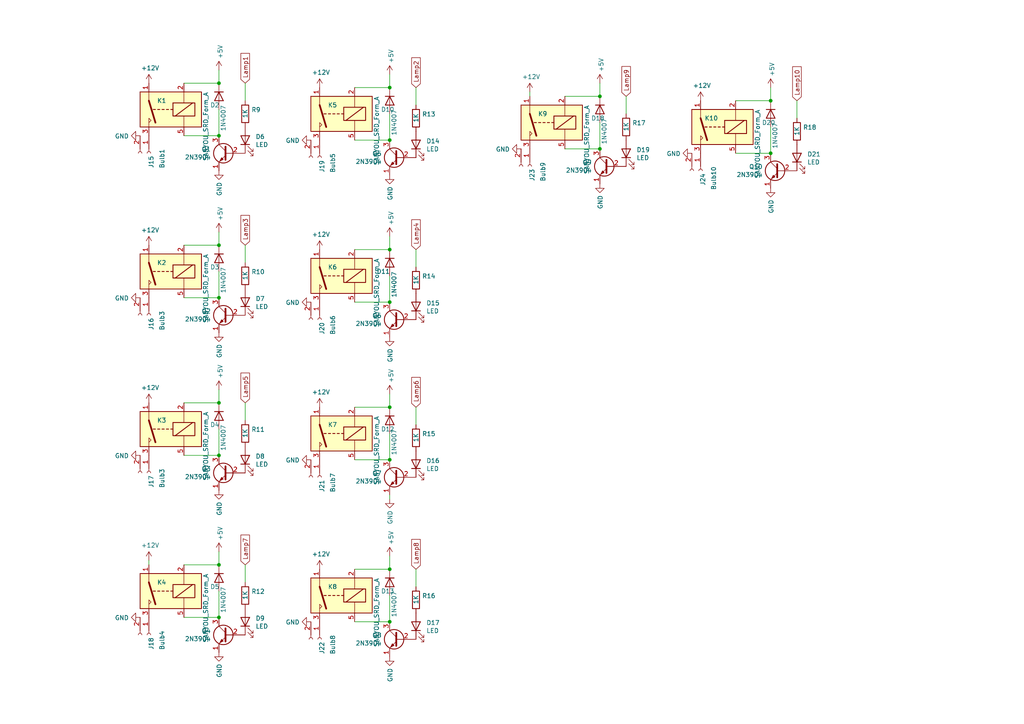
<source format=kicad_sch>
(kicad_sch (version 20230121) (generator eeschema)
  (paper "A4")
  (title_block (title "Quiz Buzzer") (date "2023-04-04") (rev "V0.1.2") (company "Tobin Stage") (comment 1 "By TwinTurbo"))
  (lib_symbols
    (symbol "Device:LED" (pin_numbers hide) (pin_names (offset 1.016) hide)
      (property "Reference" "D" (at 0 2.54 0))
      (property "Value" "LED" (at 0 -2.54 0))
      (symbol "LED_0_1"
        (polyline (pts (xy -1.27 -1.27) (xy -1.27 1.27)) (stroke (width 0.254)))
        (polyline (pts (xy -1.27 0) (xy 1.27 0)))
        (polyline (pts (xy 1.27 -1.27) (xy 1.27 1.27) (xy -1.27 0) (xy 1.27 -1.27)) (stroke (width 0.254)))
        (polyline (pts (xy -3.048 -0.762) (xy -4.572 -2.286) (xy -3.81 -2.286) (xy -4.572 -2.286) (xy -4.572 -1.524)))
        (polyline (pts (xy -1.778 -0.762) (xy -3.302 -2.286) (xy -2.54 -2.286) (xy -3.302 -2.286) (xy -3.302 -1.524)))
      )
      (symbol "LED_1_1"
        (pin passive line (at -3.81 0 0) (length 2.54) (name "K") (number "1"))
        (pin passive line (at 3.81 0 180) (length 2.54) (name "A") (number "2"))
      )
    )
    (symbol "Device:R" (pin_numbers hide) (pin_names (offset 0))
      (property "Reference" "R" (at 2.032 0 90))
      (property "Value" "R" (at 0 0 90))
      (symbol "R_0_1"
        (rectangle (start -1.016 -2.54) (end 1.016 2.54) (stroke (width 0.254)))
      )
      (symbol "R_1_1"
        (pin passive line (at 0 3.81 270) (length 1.27) (name "~") (number "1"))
        (pin passive line (at 0 -3.81 90) (length 1.27) (name "~") (number "2"))
      )
    )
    (symbol "Diode:1N4007" (pin_numbers hide) (pin_names hide)
      (property "Reference" "D" (at 0 2.54 0))
      (property "Value" "1N4007" (at 0 -2.54 0))
      (symbol "1N4007_0_1"
        (polyline (pts (xy -1.27 1.27) (xy -1.27 -1.27)) (stroke (width 0.254)))
        (polyline (pts (xy 1.27 0) (xy -1.27 0)))
        (polyline (pts (xy 1.27 1.27) (xy 1.27 -1.27) (xy -1.27 0) (xy 1.27 1.27)) (stroke (width 0.254)))
      )
      (symbol "1N4007_1_1"
        (pin passive line (at -3.81 0 0) (length 2.54) (name "K") (number "1"))
        (pin passive line (at 3.81 0 180) (length 2.54) (name "A") (number "2"))
      )
    )
    (symbol "Relay:SANYOU_SRD_Form_A"
      (property "Reference" "K" (at 8.89 3.81 0))
      (property "Value" "SANYOU_SRD_Form_A" (at 8.89 1.27 0))
      (symbol "SANYOU_SRD_Form_A_0_0"
        (polyline (pts (xy 5.08 5.08) (xy 5.08 2.54) (xy 4.445 3.175) (xy 5.08 3.81)))
      )
      (symbol "SANYOU_SRD_Form_A_0_1"
        (rectangle (start -10.16 5.08) (end 7.62 -5.08) (stroke (width 0.254)) (fill (type background)))
        (rectangle (start -8.255 1.905) (end -1.905 -1.905) (stroke (width 0.254)))
        (polyline (pts (xy -7.62 -1.905) (xy -2.54 1.905)) (stroke (width 0.254)))
        (polyline (pts (xy -5.08 -5.08) (xy -5.08 -1.905)))
        (polyline (pts (xy -5.08 5.08) (xy -5.08 1.905)))
        (polyline (pts (xy -1.905 0) (xy -1.27 0)) (stroke (width 0.254)))
        (polyline (pts (xy -0.635 0) (xy 0 0)) (stroke (width 0.254)))
        (polyline (pts (xy 0.635 0) (xy 1.27 0)) (stroke (width 0.254)))
        (polyline (pts (xy 1.905 0) (xy 2.54 0)) (stroke (width 0.254)))
        (polyline (pts (xy 3.175 0) (xy 3.81 0)) (stroke (width 0.254)))
        (polyline (pts (xy 5.08 -2.54) (xy 3.175 3.81)) (stroke (width 0.508)))
        (polyline (pts (xy 5.08 -2.54) (xy 5.08 -5.08)))
      )
      (symbol "SANYOU_SRD_Form_A_1_1"
        (pin passive line (at 5.08 -7.62 90) (length 2.54) (name "~") (number "1"))
        (pin passive line (at -5.08 -7.62 90) (length 2.54) (name "~") (number "2"))
        (pin passive line (at 5.08 7.62 270) (length 2.54) (name "~") (number "3"))
        (pin passive line (at -5.08 7.62 270) (length 2.54) (name "~") (number "5"))
      )
    )
    (symbol "Transistor_BJT:2N3904" (pin_names (offset 0) hide)
      (property "Reference" "Q" (at 5.08 1.905 0))
      (property "Value" "2N3904" (at 5.08 0 0))
      (symbol "2N3904_0_1"
        (polyline (pts (xy 0.635 0.635) (xy 2.54 2.54)))
        (polyline (pts (xy 0.635 -0.635) (xy 2.54 -2.54) (xy 2.54 -2.54)))
        (polyline (pts (xy 0.635 1.905) (xy 0.635 -1.905) (xy 0.635 -1.905)) (stroke (width 0.508)))
        (polyline (pts (xy 1.27 -1.778) (xy 1.778 -1.27) (xy 2.286 -2.286) (xy 1.27 -1.778) (xy 1.27 -1.778)) (fill (type outline)))
        (circle (center 1.27 0) (radius 2.8194) (stroke (width 0.254)))
      )
      (symbol "2N3904_1_1"
        (pin passive line (at 2.54 -5.08 90) (length 2.54) (name "E") (number "1"))
        (pin passive line (at -5.08 0 0) (length 5.715) (name "B") (number "2"))
        (pin passive line (at 2.54 5.08 270) (length 2.54) (name "C") (number "3"))
      )
    )
    (symbol "power:+12V" (power) (pin_names (offset 0))
      (property "Value" "+12V" (at 0 3.556 0))
      (symbol "+12V_0_1"
        (polyline (pts (xy -0.762 1.27) (xy 0 2.54)))
        (polyline (pts (xy 0 0) (xy 0 2.54)))
        (polyline (pts (xy 0 2.54) (xy 0.762 1.27)))
      )
      (symbol "+12V_1_1"
        (pin power_in line (at 0 0 90) (length 0) hide (name "+12V") (number "1"))
      )
    )
    (symbol "power:+5V" (power) (pin_names (offset 0))
      (property "Value" "+5V" (at 0 3.556 0))
      (symbol "+5V_0_1"
        (polyline (pts (xy -0.762 1.27) (xy 0 2.54)))
        (polyline (pts (xy 0 0) (xy 0 2.54)))
        (polyline (pts (xy 0 2.54) (xy 0.762 1.27)))
      )
      (symbol "+5V_1_1"
        (pin power_in line (at 0 0 90) (length 0) hide (name "+5V") (number "1"))
      )
    )
    (symbol "power:GND" (power) (pin_names (offset 0))
      (property "Value" "GND" (at 0 -3.81 0))
      (symbol "GND_0_1"
        (polyline (pts (xy 0 0) (xy 0 -1.27) (xy 1.27 -1.27) (xy 0 -2.54) (xy -1.27 -1.27) (xy 0 -1.27)))
      )
      (symbol "GND_1_1"
        (pin power_in line (at 0 0 270) (length 0) hide (name "GND") (number "1"))
      )
    )
    (symbol "quizbuzzer-rescue:Conn_01x02_Female-Connector" (pin_names (offset 1.016) hide)
      (property "Reference" "J" (at 0 2.54 0))
      (property "Value" "Connector_Conn_01x02_Female" (at 0 -5.08 0))
      (symbol "Conn_01x02_Female-Connector_1_1"
        (arc (start 0 -2.032) (mid -0.5058 -2.54) (end 0 -3.048) (stroke (width 0.1524)))
        (polyline (pts (xy -1.27 -2.54) (xy -0.508 -2.54)) (stroke (width 0.1524)))
        (polyline (pts (xy -1.27 0) (xy -0.508 0)) (stroke (width 0.1524)))
        (arc (start 0 0.508) (mid -0.5058 0) (end 0 -0.508) (stroke (width 0.1524)))
        (pin passive line (at -5.08 0 0) (length 3.81) (name "Pin_1") (number "1"))
        (pin passive line (at -5.08 -2.54 0) (length 3.81) (name "Pin_2") (number "2"))
      )
    )
  )
  (junction (at 113.03 40.64))
  (junction (at 173.99 43.18))
  (junction (at 113.03 25.4))
  (junction (at 63.5 179.07))
  (junction (at 63.5 86.36))
  (junction (at 63.5 24.13))
  (junction (at 113.03 72.39))
  (junction (at 113.03 118.11))
  (junction (at 113.03 133.35))
  (junction (at 173.99 27.94))
  (junction (at 63.5 39.37))
  (junction (at 223.52 29.21))
  (junction (at 113.03 87.63))
  (junction (at 223.52 44.45))
  (junction (at 63.5 71.12))
  (junction (at 63.5 163.83))
  (junction (at 63.5 116.84))
  (junction (at 63.5 132.08))
  (junction (at 113.03 165.1))
  (junction (at 113.03 180.34))
  (wire (pts (xy 113.03 172.72) (xy 113.03 180.34)))
  (wire (pts (xy 223.52 25.4) (xy 223.52 29.21)))
  (wire (pts (xy 120.65 170.18) (xy 120.65 165.1)))
  (wire (pts (xy 173.99 24.13) (xy 173.99 27.94)))
  (wire (pts (xy 113.03 33.02) (xy 113.03 40.64)))
  (wire (pts (xy 102.87 40.64) (xy 113.03 40.64)))
  (wire (pts (xy 113.03 114.3) (xy 113.03 118.11)))
  (wire (pts (xy 153.67 26.67) (xy 153.67 27.94)))
  (wire (pts (xy 163.83 43.18) (xy 173.99 43.18)))
  (wire (pts (xy 71.12 76.2) (xy 71.12 71.12)))
  (wire (pts (xy 53.34 39.37) (xy 63.5 39.37)))
  (wire (pts (xy 63.5 171.45) (xy 63.5 179.07)))
  (wire (pts (xy 120.65 30.48) (xy 120.65 25.4)))
  (wire (pts (xy 63.5 20.32) (xy 63.5 24.13)))
  (wire (pts (xy 63.5 71.12) (xy 53.34 71.12)))
  (wire (pts (xy 63.5 24.13) (xy 53.34 24.13)))
  (wire (pts (xy 63.5 31.75) (xy 63.5 39.37)))
  (wire (pts (xy 71.12 168.91) (xy 71.12 163.83)))
  (wire (pts (xy 113.03 143.51) (xy 113.03 144.78)))
  (wire (pts (xy 113.03 21.59) (xy 113.03 25.4)))
  (wire (pts (xy 53.34 86.36) (xy 63.5 86.36)))
  (wire (pts (xy 63.5 78.74) (xy 63.5 86.36)))
  (wire (pts (xy 223.52 29.21) (xy 213.36 29.21)))
  (wire (pts (xy 113.03 125.73) (xy 113.03 133.35)))
  (wire (pts (xy 63.5 67.31) (xy 63.5 71.12)))
  (wire (pts (xy 63.5 116.84) (xy 53.34 116.84)))
  (wire (pts (xy 113.03 165.1) (xy 102.87 165.1)))
  (wire (pts (xy 231.14 34.29) (xy 231.14 29.21)))
  (wire (pts (xy 113.03 80.01) (xy 113.03 87.63)))
  (wire (pts (xy 71.12 121.92) (xy 71.12 116.84)))
  (wire (pts (xy 102.87 133.35) (xy 113.03 133.35)))
  (wire (pts (xy 71.12 29.21) (xy 71.12 24.13)))
  (wire (pts (xy 173.99 27.94) (xy 163.83 27.94)))
  (wire (pts (xy 102.87 87.63) (xy 113.03 87.63)))
  (wire (pts (xy 63.5 113.03) (xy 63.5 116.84)))
  (wire (pts (xy 63.5 124.46) (xy 63.5 132.08)))
  (wire (pts (xy 113.03 161.29) (xy 113.03 165.1)))
  (wire (pts (xy 181.61 33.02) (xy 181.61 27.94)))
  (wire (pts (xy 63.5 163.83) (xy 53.34 163.83)))
  (wire (pts (xy 113.03 25.4) (xy 102.87 25.4)))
  (wire (pts (xy 213.36 44.45) (xy 223.52 44.45)))
  (wire (pts (xy 113.03 68.58) (xy 113.03 72.39)))
  (wire (pts (xy 113.03 72.39) (xy 102.87 72.39)))
  (wire (pts (xy 43.18 162.56) (xy 43.18 163.83)))
  (wire (pts (xy 63.5 160.02) (xy 63.5 163.83)))
  (wire (pts (xy 173.99 35.56) (xy 173.99 43.18)))
  (wire (pts (xy 102.87 180.34) (xy 113.03 180.34)))
  (wire (pts (xy 53.34 132.08) (xy 63.5 132.08)))
  (wire (pts (xy 53.34 179.07) (xy 63.5 179.07)))
  (wire (pts (xy 113.03 118.11) (xy 102.87 118.11)))
  (wire (pts (xy 120.65 123.19) (xy 120.65 118.11)))
  (wire (pts (xy 223.52 36.83) (xy 223.52 44.45)))
  (wire (pts (xy 120.65 77.47) (xy 120.65 72.39)))
  (global_label "Lamp7" (shape input) (at 71.12 163.83 90) (property "Intersheetrefs" "${INTERSHEET_REFS}" (effects hide)))
  (global_label "Lamp2" (shape input) (at 120.65 25.4 90) (property "Intersheetrefs" "${INTERSHEET_REFS}" (effects hide)))
  (global_label "Lamp5" (shape input) (at 71.12 116.84 90) (property "Intersheetrefs" "${INTERSHEET_REFS}" (effects hide)))
  (global_label "Lamp10" (shape input) (at 231.14 29.21 90) (property "Intersheetrefs" "${INTERSHEET_REFS}" (effects hide)))
  (global_label "Lamp9" (shape input) (at 181.61 27.94 90) (property "Intersheetrefs" "${INTERSHEET_REFS}" (effects hide)))
  (global_label "Lamp1" (shape input) (at 71.12 24.13 90) (property "Intersheetrefs" "${INTERSHEET_REFS}" (effects hide)))
  (global_label "Lamp3" (shape input) (at 71.12 71.12 90) (property "Intersheetrefs" "${INTERSHEET_REFS}" (effects hide)))
  (global_label "Lamp8" (shape input) (at 120.65 165.1 90) (property "Intersheetrefs" "${INTERSHEET_REFS}" (effects hide)))
  (global_label "Lamp4" (shape input) (at 120.65 72.39 90) (property "Intersheetrefs" "${INTERSHEET_REFS}" (effects hide)))
  (global_label "Lamp6" (shape input) (at 120.65 118.11 90) (property "Intersheetrefs" "${INTERSHEET_REFS}" (effects hide)))
  (symbol (lib_id "Diode:1N4007") (at 63.5 27.94 270) (unit 1)
    (property "Reference" "D2" (at 60.96 30.48 90) (effects (justify left)))
    (property "Value" "1N4007" (at 64.77 30.48 0) (effects (justify left)))
    (property "Footprint" "Diode_THT:D_DO-41_SOD81_P10.16mm_Horizontal" (effects hide))
    (property "Datasheet" "http://www.vishay.com/docs/88503/1n4001.pdf" (effects hide))
  )
  (symbol (lib_id "Transistor_BJT:2N3904") (at 66.04 44.45 0) (mirror y) (unit 1)
    (property "Reference" "Q1" (at 61.1886 43.2816 0) (effects (justify left)))
    (property "Value" "2N3904" (at 61.1886 45.593 0) (effects (justify left)))
    (property "Footprint" "Package_TO_SOT_THT:TO-92_Inline_Wide" (effects hide))
    (property "Datasheet" "https://www.onsemi.com/pub/Collateral/2N3903-D.PDF" (effects hide))
  )
  (symbol (lib_id "Device:LED") (at 71.12 40.64 90) (unit 1)
    (property "Reference" "D6" (at 74.1172 39.6494 90) (effects (justify right)))
    (property "Value" "LED" (at 74.1172 41.9608 90) (effects (justify right)))
    (property "Footprint" "LED_THT:LED_D5.0mm" (effects hide))
  )
  (symbol (lib_id "Device:R") (at 71.12 33.02 0) (unit 1)
    (property "Reference" "R9" (at 72.898 31.8516 0) (effects (justify left)))
    (property "Value" "1K" (at 71.12 34.29 90) (effects (justify left)))
    (property "Footprint" "Resistor_THT:R_Axial_DIN0207_L6.3mm_D2.5mm_P10.16mm_Horizontal" (effects hide))
  )
  (symbol (lib_id "power:GND") (at 63.5 49.53 0) (unit 1)
    (property "Reference" "#PWR042" (effects hide))
    (property "Value" "GND" (at 63.627 52.7812 90) (effects (justify right)))
  )
  (symbol (lib_id "power:+5V") (at 63.5 20.32 0) (unit 1)
    (property "Reference" "#PWR041" (effects hide))
    (property "Value" "+5V" (at 63.881 17.0688 90) (effects (justify left)))
  )
  (symbol (lib_id "quizbuzzer-rescue:Conn_01x02_Female-Connector") (at 43.18 44.45 270) (unit 1)
    (property "Reference" "J15" (at 43.8404 45.1612 0) (effects (justify left)))
    (property "Value" "Bulb1" (at 46.99 43.18 0) (effects (justify left)))
    (property "Footprint" "Connector_Molex:Molex_KK-254_AE-6410-02A_1x02_P2.54mm_Vertical" (effects hide))
  )
  (symbol (lib_id "power:GND") (at 40.64 39.37 270) (unit 1)
    (property "Reference" "#PWR033" (effects hide))
    (property "Value" "GND" (at 37.3888 39.497 90) (effects (justify right)))
  )
  (symbol (lib_id "power:+12V") (at 43.18 24.13 0) (unit 1)
    (property "Reference" "#PWR037" (effects hide))
    (property "Value" "+12V" (at 43.561 19.7358 0))
  )
  (symbol (lib_id "Relay:SANYOU_SRD_Form_A") (at 48.26 31.75 180) (unit 1)
    (property "Reference" "K1" (at 48.26 29.21 0) (effects (justify left)))
    (property "Value" "SANYOU_SRD_Form_A" (at 59.69 26.67 90) (effects (justify left)))
    (property "Footprint" "Relay_THT:Relay_SPST_SANYOU_SRD_Series_Form_A" (effects hide))
    (property "Datasheet" "http://www.sanyourelay.ca/public/products/pdf/SRD.pdf" (effects hide))
  )
  (symbol (lib_id "Diode:1N4007") (at 113.03 29.21 270) (unit 1)
    (property "Reference" "D10" (at 110.49 31.75 90) (effects (justify left)))
    (property "Value" "1N4007" (at 114.3 31.75 0) (effects (justify left)))
    (property "Footprint" "Diode_THT:D_DO-41_SOD81_P10.16mm_Horizontal" (effects hide))
    (property "Datasheet" "http://www.vishay.com/docs/88503/1n4001.pdf" (effects hide))
  )
  (symbol (lib_id "Transistor_BJT:2N3904") (at 115.57 45.72 0) (mirror y) (unit 1)
    (property "Reference" "Q5" (at 110.7186 44.5516 0) (effects (justify left)))
    (property "Value" "2N3904" (at 110.7186 46.863 0) (effects (justify left)))
    (property "Footprint" "Package_TO_SOT_THT:TO-92_Inline_Wide" (effects hide))
    (property "Datasheet" "https://www.onsemi.com/pub/Collateral/2N3903-D.PDF" (effects hide))
  )
  (symbol (lib_id "Device:LED") (at 120.65 41.91 90) (unit 1)
    (property "Reference" "D14" (at 123.6472 40.9194 90) (effects (justify right)))
    (property "Value" "LED" (at 123.6472 43.2308 90) (effects (justify right)))
    (property "Footprint" "LED_THT:LED_D5.0mm" (effects hide))
  )
  (symbol (lib_id "Device:R") (at 120.65 34.29 0) (unit 1)
    (property "Reference" "R13" (at 122.428 33.1216 0) (effects (justify left)))
    (property "Value" "1K" (at 120.65 35.56 90) (effects (justify left)))
    (property "Footprint" "Resistor_THT:R_Axial_DIN0207_L6.3mm_D2.5mm_P10.16mm_Horizontal" (effects hide))
  )
  (symbol (lib_id "power:GND") (at 113.03 50.8 0) (unit 1)
    (property "Reference" "#PWR058" (effects hide))
    (property "Value" "GND" (at 113.157 54.0512 90) (effects (justify right)))
  )
  (symbol (lib_id "power:+5V") (at 113.03 21.59 0) (unit 1)
    (property "Reference" "#PWR057" (effects hide))
    (property "Value" "+5V" (at 113.411 18.3388 90) (effects (justify left)))
  )
  (symbol (lib_id "quizbuzzer-rescue:Conn_01x02_Female-Connector") (at 92.71 45.72 270) (unit 1)
    (property "Reference" "J19" (at 93.3704 46.4312 0) (effects (justify left)))
    (property "Value" "Bulb5" (at 96.52 44.45 0) (effects (justify left)))
    (property "Footprint" "Connector_Molex:Molex_KK-254_AE-6410-02A_1x02_P2.54mm_Vertical" (effects hide))
  )
  (symbol (lib_id "power:GND") (at 90.17 40.64 270) (unit 1)
    (property "Reference" "#PWR049" (effects hide))
    (property "Value" "GND" (at 86.9188 40.767 90) (effects (justify right)))
  )
  (symbol (lib_id "power:+12V") (at 92.71 25.4 0) (unit 1)
    (property "Reference" "#PWR053" (effects hide))
    (property "Value" "+12V" (at 93.091 21.0058 0))
  )
  (symbol (lib_id "Relay:SANYOU_SRD_Form_A") (at 97.79 33.02 180) (unit 1)
    (property "Reference" "K5" (at 97.79 30.48 0) (effects (justify left)))
    (property "Value" "SANYOU_SRD_Form_A" (at 109.22 27.94 90) (effects (justify left)))
    (property "Footprint" "Relay_THT:Relay_SPST_SANYOU_SRD_Series_Form_A" (effects hide))
    (property "Datasheet" "http://www.sanyourelay.ca/public/products/pdf/SRD.pdf" (effects hide))
  )
  (symbol (lib_id "Diode:1N4007") (at 63.5 74.93 270) (unit 1)
    (property "Reference" "D3" (at 60.96 77.47 90) (effects (justify left)))
    (property "Value" "1N4007" (at 64.77 77.47 0) (effects (justify left)))
    (property "Footprint" "Diode_THT:D_DO-41_SOD81_P10.16mm_Horizontal" (effects hide))
    (property "Datasheet" "http://www.vishay.com/docs/88503/1n4001.pdf" (effects hide))
  )
  (symbol (lib_id "Transistor_BJT:2N3904") (at 66.04 91.44 0) (mirror y) (unit 1)
    (property "Reference" "Q2" (at 61.1886 90.2716 0) (effects (justify left)))
    (property "Value" "2N3904" (at 61.1886 92.583 0) (effects (justify left)))
    (property "Footprint" "Package_TO_SOT_THT:TO-92_Inline_Wide" (effects hide))
    (property "Datasheet" "https://www.onsemi.com/pub/Collateral/2N3903-D.PDF" (effects hide))
  )
  (symbol (lib_id "Device:LED") (at 71.12 87.63 90) (unit 1)
    (property "Reference" "D7" (at 74.1172 86.6394 90) (effects (justify right)))
    (property "Value" "LED" (at 74.1172 88.9508 90) (effects (justify right)))
    (property "Footprint" "LED_THT:LED_D5.0mm" (effects hide))
  )
  (symbol (lib_id "Device:R") (at 71.12 80.01 0) (unit 1)
    (property "Reference" "R10" (at 72.898 78.8416 0) (effects (justify left)))
    (property "Value" "1K" (at 71.12 81.28 90) (effects (justify left)))
    (property "Footprint" "Resistor_THT:R_Axial_DIN0207_L6.3mm_D2.5mm_P10.16mm_Horizontal" (effects hide))
  )
  (symbol (lib_id "power:GND") (at 63.5 96.52 0) (unit 1)
    (property "Reference" "#PWR044" (effects hide))
    (property "Value" "GND" (at 63.627 99.7712 90) (effects (justify right)))
  )
  (symbol (lib_id "power:+5V") (at 63.5 67.31 0) (unit 1)
    (property "Reference" "#PWR043" (effects hide))
    (property "Value" "+5V" (at 63.881 64.0588 90) (effects (justify left)))
  )
  (symbol (lib_id "quizbuzzer-rescue:Conn_01x02_Female-Connector") (at 43.18 91.44 270) (unit 1)
    (property "Reference" "J16" (at 43.8404 92.1512 0) (effects (justify left)))
    (property "Value" "Bulb3" (at 46.99 90.17 0) (effects (justify left)))
    (property "Footprint" "Connector_Molex:Molex_KK-254_AE-6410-02A_1x02_P2.54mm_Vertical" (effects hide))
  )
  (symbol (lib_id "power:GND") (at 40.64 86.36 270) (unit 1)
    (property "Reference" "#PWR034" (effects hide))
    (property "Value" "GND" (at 37.3888 86.487 90) (effects (justify right)))
  )
  (symbol (lib_id "power:+12V") (at 43.18 71.12 0) (unit 1)
    (property "Reference" "#PWR038" (effects hide))
    (property "Value" "+12V" (at 43.561 66.7258 0))
  )
  (symbol (lib_id "Relay:SANYOU_SRD_Form_A") (at 48.26 78.74 180) (unit 1)
    (property "Reference" "K2" (at 48.26 76.2 0) (effects (justify left)))
    (property "Value" "SANYOU_SRD_Form_A" (at 59.69 73.66 90) (effects (justify left)))
    (property "Footprint" "Relay_THT:Relay_SPST_SANYOU_SRD_Series_Form_A" (effects hide))
    (property "Datasheet" "http://www.sanyourelay.ca/public/products/pdf/SRD.pdf" (effects hide))
  )
  (symbol (lib_id "Diode:1N4007") (at 113.03 76.2 270) (unit 1)
    (property "Reference" "D11" (at 109.22 78.74 90) (effects (justify left)))
    (property "Value" "1N4007" (at 114.3 78.74 0) (effects (justify left)))
    (property "Footprint" "Diode_THT:D_DO-41_SOD81_P10.16mm_Horizontal" (effects hide))
    (property "Datasheet" "http://www.vishay.com/docs/88503/1n4001.pdf" (effects hide))
  )
  (symbol (lib_id "Transistor_BJT:2N3904") (at 115.57 92.71 0) (mirror y) (unit 1)
    (property "Reference" "Q6" (at 110.7186 91.5416 0) (effects (justify left)))
    (property "Value" "2N3904" (at 110.7186 93.853 0) (effects (justify left)))
    (property "Footprint" "Package_TO_SOT_THT:TO-92_Inline_Wide" (effects hide))
    (property "Datasheet" "https://www.onsemi.com/pub/Collateral/2N3903-D.PDF" (effects hide))
  )
  (symbol (lib_id "Device:LED") (at 120.65 88.9 90) (unit 1)
    (property "Reference" "D15" (at 123.6472 87.9094 90) (effects (justify right)))
    (property "Value" "LED" (at 123.6472 90.2208 90) (effects (justify right)))
    (property "Footprint" "LED_THT:LED_D5.0mm" (effects hide))
  )
  (symbol (lib_id "Device:R") (at 120.65 81.28 0) (unit 1)
    (property "Reference" "R14" (at 122.428 80.1116 0) (effects (justify left)))
    (property "Value" "1K" (at 120.65 82.55 90) (effects (justify left)))
    (property "Footprint" "Resistor_THT:R_Axial_DIN0207_L6.3mm_D2.5mm_P10.16mm_Horizontal" (effects hide))
  )
  (symbol (lib_id "power:GND") (at 113.03 97.79 0) (unit 1)
    (property "Reference" "#PWR060" (effects hide))
    (property "Value" "GND" (at 113.157 101.0412 90) (effects (justify right)))
  )
  (symbol (lib_id "power:+5V") (at 113.03 68.58 0) (unit 1)
    (property "Reference" "#PWR059" (effects hide))
    (property "Value" "+5V" (at 113.411 65.3288 90) (effects (justify left)))
  )
  (symbol (lib_id "quizbuzzer-rescue:Conn_01x02_Female-Connector") (at 92.71 92.71 270) (unit 1)
    (property "Reference" "J20" (at 93.3704 93.4212 0) (effects (justify left)))
    (property "Value" "Bulb6" (at 96.52 91.44 0) (effects (justify left)))
    (property "Footprint" "Connector_Molex:Molex_KK-254_AE-6410-02A_1x02_P2.54mm_Vertical" (effects hide))
  )
  (symbol (lib_id "power:GND") (at 90.17 87.63 270) (unit 1)
    (property "Reference" "#PWR050" (effects hide))
    (property "Value" "GND" (at 86.9188 87.757 90) (effects (justify right)))
  )
  (symbol (lib_id "power:+12V") (at 92.71 72.39 0) (unit 1)
    (property "Reference" "#PWR054" (effects hide))
    (property "Value" "+12V" (at 93.091 67.9958 0))
  )
  (symbol (lib_id "Relay:SANYOU_SRD_Form_A") (at 97.79 80.01 180) (unit 1)
    (property "Reference" "K6" (at 97.79 77.47 0) (effects (justify left)))
    (property "Value" "SANYOU_SRD_Form_A" (at 109.22 74.93 90) (effects (justify left)))
    (property "Footprint" "Relay_THT:Relay_SPST_SANYOU_SRD_Series_Form_A" (effects hide))
    (property "Datasheet" "http://www.sanyourelay.ca/public/products/pdf/SRD.pdf" (effects hide))
  )
  (symbol (lib_id "Diode:1N4007") (at 63.5 120.65 270) (unit 1)
    (property "Reference" "D4" (at 60.96 123.19 90) (effects (justify left)))
    (property "Value" "1N4007" (at 64.77 123.19 0) (effects (justify left)))
    (property "Footprint" "Diode_THT:D_DO-41_SOD81_P10.16mm_Horizontal" (effects hide))
    (property "Datasheet" "http://www.vishay.com/docs/88503/1n4001.pdf" (effects hide))
  )
  (symbol (lib_id "Transistor_BJT:2N3904") (at 66.04 137.16 0) (mirror y) (unit 1)
    (property "Reference" "Q3" (at 61.1886 135.9916 0) (effects (justify left)))
    (property "Value" "2N3904" (at 61.1886 138.303 0) (effects (justify left)))
    (property "Footprint" "Package_TO_SOT_THT:TO-92_Inline_Wide" (effects hide))
    (property "Datasheet" "https://www.onsemi.com/pub/Collateral/2N3903-D.PDF" (effects hide))
  )
  (symbol (lib_id "Device:LED") (at 71.12 133.35 90) (unit 1)
    (property "Reference" "D8" (at 74.1172 132.3594 90) (effects (justify right)))
    (property "Value" "LED" (at 74.1172 134.6708 90) (effects (justify right)))
    (property "Footprint" "LED_THT:LED_D5.0mm" (effects hide))
  )
  (symbol (lib_id "Device:R") (at 71.12 125.73 0) (unit 1)
    (property "Reference" "R11" (at 72.898 124.5616 0) (effects (justify left)))
    (property "Value" "1K" (at 71.12 127 90) (effects (justify left)))
    (property "Footprint" "Resistor_THT:R_Axial_DIN0207_L6.3mm_D2.5mm_P10.16mm_Horizontal" (effects hide))
  )
  (symbol (lib_id "power:GND") (at 63.5 142.24 0) (unit 1)
    (property "Reference" "#PWR046" (effects hide))
    (property "Value" "GND" (at 63.627 145.4912 90) (effects (justify right)))
  )
  (symbol (lib_id "power:+5V") (at 63.5 113.03 0) (unit 1)
    (property "Reference" "#PWR045" (effects hide))
    (property "Value" "+5V" (at 63.881 109.7788 90) (effects (justify left)))
  )
  (symbol (lib_id "quizbuzzer-rescue:Conn_01x02_Female-Connector") (at 43.18 137.16 270) (unit 1)
    (property "Reference" "J17" (at 43.8404 137.8712 0) (effects (justify left)))
    (property "Value" "Bulb3" (at 46.99 135.89 0) (effects (justify left)))
    (property "Footprint" "Connector_Molex:Molex_KK-254_AE-6410-02A_1x02_P2.54mm_Vertical" (effects hide))
  )
  (symbol (lib_id "power:GND") (at 40.64 132.08 270) (unit 1)
    (property "Reference" "#PWR035" (effects hide))
    (property "Value" "GND" (at 37.3888 132.207 90) (effects (justify right)))
  )
  (symbol (lib_id "power:+12V") (at 43.18 116.84 0) (unit 1)
    (property "Reference" "#PWR039" (effects hide))
    (property "Value" "+12V" (at 43.561 112.4458 0))
  )
  (symbol (lib_id "Relay:SANYOU_SRD_Form_A") (at 48.26 124.46 180) (unit 1)
    (property "Reference" "K3" (at 48.26 121.92 0) (effects (justify left)))
    (property "Value" "SANYOU_SRD_Form_A" (at 59.69 119.38 90) (effects (justify left)))
    (property "Footprint" "Relay_THT:Relay_SPST_SANYOU_SRD_Series_Form_A" (effects hide))
    (property "Datasheet" "http://www.sanyourelay.ca/public/products/pdf/SRD.pdf" (effects hide))
  )
  (symbol (lib_id "Diode:1N4007") (at 113.03 121.92 270) (unit 1)
    (property "Reference" "D12" (at 110.49 124.46 90) (effects (justify left)))
    (property "Value" "1N4007" (at 114.3 124.46 0) (effects (justify left)))
    (property "Footprint" "Diode_THT:D_DO-41_SOD81_P10.16mm_Horizontal" (effects hide))
    (property "Datasheet" "http://www.vishay.com/docs/88503/1n4001.pdf" (effects hide))
  )
  (symbol (lib_id "Transistor_BJT:2N3904") (at 115.57 138.43 0) (mirror y) (unit 1)
    (property "Reference" "Q7" (at 110.7186 137.2616 0) (effects (justify left)))
    (property "Value" "2N3904" (at 110.7186 139.573 0) (effects (justify left)))
    (property "Footprint" "Package_TO_SOT_THT:TO-92_Inline_Wide" (effects hide))
    (property "Datasheet" "https://www.onsemi.com/pub/Collateral/2N3903-D.PDF" (effects hide))
  )
  (symbol (lib_id "Device:LED") (at 120.65 134.62 90) (unit 1)
    (property "Reference" "D16" (at 123.6472 133.6294 90) (effects (justify right)))
    (property "Value" "LED" (at 123.6472 135.9408 90) (effects (justify right)))
    (property "Footprint" "LED_THT:LED_D5.0mm" (effects hide))
  )
  (symbol (lib_id "Device:R") (at 120.65 127 0) (unit 1)
    (property "Reference" "R15" (at 122.428 125.8316 0) (effects (justify left)))
    (property "Value" "1K" (at 120.65 128.27 90) (effects (justify left)))
    (property "Footprint" "Resistor_THT:R_Axial_DIN0207_L6.3mm_D2.5mm_P10.16mm_Horizontal" (effects hide))
  )
  (symbol (lib_id "power:GND") (at 113.03 144.78 0) (unit 1)
    (property "Reference" "#PWR062" (effects hide))
    (property "Value" "GND" (at 113.157 148.0312 90) (effects (justify right)))
  )
  (symbol (lib_id "power:+5V") (at 113.03 114.3 0) (unit 1)
    (property "Reference" "#PWR061" (effects hide))
    (property "Value" "+5V" (at 113.411 111.0488 90) (effects (justify left)))
  )
  (symbol (lib_id "quizbuzzer-rescue:Conn_01x02_Female-Connector") (at 92.71 138.43 270) (unit 1)
    (property "Reference" "J21" (at 93.3704 139.1412 0) (effects (justify left)))
    (property "Value" "Bulb7" (at 96.52 137.16 0) (effects (justify left)))
    (property "Footprint" "Connector_Molex:Molex_KK-254_AE-6410-02A_1x02_P2.54mm_Vertical" (effects hide))
  )
  (symbol (lib_id "power:GND") (at 90.17 133.35 270) (unit 1)
    (property "Reference" "#PWR051" (effects hide))
    (property "Value" "GND" (at 86.9188 133.477 90) (effects (justify right)))
  )
  (symbol (lib_id "power:+12V") (at 92.71 118.11 0) (unit 1)
    (property "Reference" "#PWR055" (effects hide))
    (property "Value" "+12V" (at 93.091 113.7158 0))
  )
  (symbol (lib_id "Relay:SANYOU_SRD_Form_A") (at 97.79 125.73 180) (unit 1)
    (property "Reference" "K7" (at 97.79 123.19 0) (effects (justify left)))
    (property "Value" "SANYOU_SRD_Form_A" (at 109.22 120.65 90) (effects (justify left)))
    (property "Footprint" "Relay_THT:Relay_SPST_SANYOU_SRD_Series_Form_A" (effects hide))
    (property "Datasheet" "http://www.sanyourelay.ca/public/products/pdf/SRD.pdf" (effects hide))
  )
  (symbol (lib_id "Diode:1N4007") (at 63.5 167.64 270) (unit 1)
    (property "Reference" "D5" (at 60.96 170.18 90) (effects (justify left)))
    (property "Value" "1N4007" (at 64.77 170.18 0) (effects (justify left)))
    (property "Footprint" "Diode_THT:D_DO-41_SOD81_P10.16mm_Horizontal" (effects hide))
    (property "Datasheet" "http://www.vishay.com/docs/88503/1n4001.pdf" (effects hide))
  )
  (symbol (lib_id "Transistor_BJT:2N3904") (at 66.04 184.15 0) (mirror y) (unit 1)
    (property "Reference" "Q4" (at 61.1886 182.9816 0) (effects (justify left)))
    (property "Value" "2N3904" (at 61.1886 185.293 0) (effects (justify left)))
    (property "Footprint" "Package_TO_SOT_THT:TO-92_Inline_Wide" (effects hide))
    (property "Datasheet" "https://www.onsemi.com/pub/Collateral/2N3903-D.PDF" (effects hide))
  )
  (symbol (lib_id "Device:LED") (at 71.12 180.34 90) (unit 1)
    (property "Reference" "D9" (at 74.1172 179.3494 90) (effects (justify right)))
    (property "Value" "LED" (at 74.1172 181.6608 90) (effects (justify right)))
    (property "Footprint" "LED_THT:LED_D5.0mm" (effects hide))
  )
  (symbol (lib_id "Device:R") (at 71.12 172.72 0) (unit 1)
    (property "Reference" "R12" (at 72.898 171.5516 0) (effects (justify left)))
    (property "Value" "1K" (at 71.12 173.99 90) (effects (justify left)))
    (property "Footprint" "Resistor_THT:R_Axial_DIN0207_L6.3mm_D2.5mm_P10.16mm_Horizontal" (effects hide))
  )
  (symbol (lib_id "power:GND") (at 63.5 189.23 0) (unit 1)
    (property "Reference" "#PWR048" (effects hide))
    (property "Value" "GND" (at 63.627 192.4812 90) (effects (justify right)))
  )
  (symbol (lib_id "power:+5V") (at 63.5 160.02 0) (unit 1)
    (property "Reference" "#PWR047" (effects hide))
    (property "Value" "+5V" (at 63.881 156.7688 90) (effects (justify left)))
  )
  (symbol (lib_id "quizbuzzer-rescue:Conn_01x02_Female-Connector") (at 43.18 184.15 270) (unit 1)
    (property "Reference" "J18" (at 43.8404 184.8612 0) (effects (justify left)))
    (property "Value" "Bulb4" (at 46.99 182.88 0) (effects (justify left)))
    (property "Footprint" "Connector_Molex:Molex_KK-254_AE-6410-02A_1x02_P2.54mm_Vertical" (effects hide))
  )
  (symbol (lib_id "power:GND") (at 40.64 179.07 270) (unit 1)
    (property "Reference" "#PWR036" (effects hide))
    (property "Value" "GND" (at 37.3888 179.197 90) (effects (justify right)))
  )
  (symbol (lib_id "power:+12V") (at 43.18 162.56 0) (unit 1)
    (property "Reference" "#PWR040" (effects hide))
    (property "Value" "+12V" (at 43.561 158.1658 0))
  )
  (symbol (lib_id "Relay:SANYOU_SRD_Form_A") (at 48.26 171.45 180) (unit 1)
    (property "Reference" "K4" (at 48.26 168.91 0) (effects (justify left)))
    (property "Value" "SANYOU_SRD_Form_A" (at 59.69 166.37 90) (effects (justify left)))
    (property "Footprint" "Relay_THT:Relay_SPST_SANYOU_SRD_Series_Form_A" (effects hide))
    (property "Datasheet" "http://www.sanyourelay.ca/public/products/pdf/SRD.pdf" (effects hide))
  )
  (symbol (lib_id "Diode:1N4007") (at 113.03 168.91 270) (unit 1)
    (property "Reference" "D13" (at 110.49 171.45 90) (effects (justify left)))
    (property "Value" "1N4007" (at 114.3 171.45 0) (effects (justify left)))
    (property "Footprint" "Diode_THT:D_DO-41_SOD81_P10.16mm_Horizontal" (effects hide))
    (property "Datasheet" "http://www.vishay.com/docs/88503/1n4001.pdf" (effects hide))
  )
  (symbol (lib_id "Transistor_BJT:2N3904") (at 115.57 185.42 0) (mirror y) (unit 1)
    (property "Reference" "Q8" (at 110.7186 184.2516 0) (effects (justify left)))
    (property "Value" "2N3904" (at 110.7186 186.563 0) (effects (justify left)))
    (property "Footprint" "Package_TO_SOT_THT:TO-92_Inline_Wide" (effects hide))
    (property "Datasheet" "https://www.onsemi.com/pub/Collateral/2N3903-D.PDF" (effects hide))
  )
  (symbol (lib_id "Device:LED") (at 120.65 181.61 90) (unit 1)
    (property "Reference" "D17" (at 123.6472 180.6194 90) (effects (justify right)))
    (property "Value" "LED" (at 123.6472 182.9308 90) (effects (justify right)))
    (property "Footprint" "LED_THT:LED_D5.0mm" (effects hide))
  )
  (symbol (lib_id "Device:R") (at 120.65 173.99 0) (unit 1)
    (property "Reference" "R16" (at 122.428 172.8216 0) (effects (justify left)))
    (property "Value" "1K" (at 120.65 175.26 90) (effects (justify left)))
    (property "Footprint" "Resistor_THT:R_Axial_DIN0207_L6.3mm_D2.5mm_P10.16mm_Horizontal" (effects hide))
  )
  (symbol (lib_id "power:GND") (at 113.03 190.5 0) (unit 1)
    (property "Reference" "#PWR064" (effects hide))
    (property "Value" "GND" (at 113.157 193.7512 90) (effects (justify right)))
  )
  (symbol (lib_id "power:+5V") (at 113.03 161.29 0) (unit 1)
    (property "Reference" "#PWR063" (effects hide))
    (property "Value" "+5V" (at 113.411 158.0388 90) (effects (justify left)))
  )
  (symbol (lib_id "quizbuzzer-rescue:Conn_01x02_Female-Connector") (at 92.71 185.42 270) (unit 1)
    (property "Reference" "J22" (at 93.3704 186.1312 0) (effects (justify left)))
    (property "Value" "Bulb8" (at 96.52 184.15 0) (effects (justify left)))
    (property "Footprint" "Connector_Molex:Molex_KK-254_AE-6410-02A_1x02_P2.54mm_Vertical" (effects hide))
  )
  (symbol (lib_id "power:GND") (at 90.17 180.34 270) (unit 1)
    (property "Reference" "#PWR052" (effects hide))
    (property "Value" "GND" (at 86.9188 180.467 90) (effects (justify right)))
  )
  (symbol (lib_id "power:+12V") (at 92.71 165.1 0) (unit 1)
    (property "Reference" "#PWR056" (effects hide))
    (property "Value" "+12V" (at 93.091 160.7058 0))
  )
  (symbol (lib_id "Relay:SANYOU_SRD_Form_A") (at 97.79 172.72 180) (unit 1)
    (property "Reference" "K8" (at 97.79 170.18 0) (effects (justify left)))
    (property "Value" "SANYOU_SRD_Form_A" (at 109.22 167.64 90) (effects (justify left)))
    (property "Footprint" "Relay_THT:Relay_SPST_SANYOU_SRD_Series_Form_A" (effects hide))
    (property "Datasheet" "http://www.sanyourelay.ca/public/products/pdf/SRD.pdf" (effects hide))
  )
  (symbol (lib_id "Diode:1N4007") (at 173.99 31.75 270) (unit 1)
    (property "Reference" "D18" (at 171.45 34.29 90) (effects (justify left)))
    (property "Value" "1N4007" (at 175.26 34.29 0) (effects (justify left)))
    (property "Footprint" "Diode_THT:D_DO-41_SOD81_P10.16mm_Horizontal" (effects hide))
    (property "Datasheet" "http://www.vishay.com/docs/88503/1n4001.pdf" (effects hide))
  )
  (symbol (lib_id "Transistor_BJT:2N3904") (at 176.53 48.26 0) (mirror y) (unit 1)
    (property "Reference" "Q9" (at 171.6786 47.0916 0) (effects (justify left)))
    (property "Value" "2N3904" (at 171.6786 49.403 0) (effects (justify left)))
    (property "Footprint" "Package_TO_SOT_THT:TO-92_Inline_Wide" (effects hide))
    (property "Datasheet" "https://www.onsemi.com/pub/Collateral/2N3903-D.PDF" (effects hide))
  )
  (symbol (lib_id "Device:LED") (at 181.61 44.45 90) (unit 1)
    (property "Reference" "D19" (at 184.6072 43.4594 90) (effects (justify right)))
    (property "Value" "LED" (at 184.6072 45.7708 90) (effects (justify right)))
    (property "Footprint" "LED_THT:LED_D5.0mm" (effects hide))
  )
  (symbol (lib_id "Device:R") (at 181.61 36.83 0) (unit 1)
    (property "Reference" "R17" (at 183.388 35.6616 0) (effects (justify left)))
    (property "Value" "1K" (at 181.61 38.1 90) (effects (justify left)))
    (property "Footprint" "Resistor_THT:R_Axial_DIN0207_L6.3mm_D2.5mm_P10.16mm_Horizontal" (effects hide))
  )
  (symbol (lib_id "power:GND") (at 173.99 53.34 0) (unit 1)
    (property "Reference" "#PWR068" (effects hide))
    (property "Value" "GND" (at 174.117 56.5912 90) (effects (justify right)))
  )
  (symbol (lib_id "power:+5V") (at 173.99 24.13 0) (unit 1)
    (property "Reference" "#PWR067" (effects hide))
    (property "Value" "+5V" (at 174.371 20.8788 90) (effects (justify left)))
  )
  (symbol (lib_id "quizbuzzer-rescue:Conn_01x02_Female-Connector") (at 153.67 48.26 270) (unit 1)
    (property "Reference" "J23" (at 154.3304 48.9712 0) (effects (justify left)))
    (property "Value" "Bulb9" (at 157.48 46.99 0) (effects (justify left)))
    (property "Footprint" "Connector_Molex:Molex_KK-254_AE-6410-02A_1x02_P2.54mm_Vertical" (effects hide))
  )
  (symbol (lib_id "power:GND") (at 151.13 43.18 270) (unit 1)
    (property "Reference" "#PWR065" (effects hide))
    (property "Value" "GND" (at 147.8788 43.307 90) (effects (justify right)))
  )
  (symbol (lib_id "power:+12V") (at 153.67 26.67 0) (unit 1)
    (property "Reference" "#PWR066" (effects hide))
    (property "Value" "+12V" (at 154.051 22.2758 0))
  )
  (symbol (lib_id "Relay:SANYOU_SRD_Form_A") (at 158.75 35.56 180) (unit 1)
    (property "Reference" "K9" (at 158.75 33.02 0) (effects (justify left)))
    (property "Value" "SANYOU_SRD_Form_A" (at 170.18 30.48 90) (effects (justify left)))
    (property "Footprint" "Relay_THT:Relay_SPST_SANYOU_SRD_Series_Form_A" (effects hide))
    (property "Datasheet" "http://www.sanyourelay.ca/public/products/pdf/SRD.pdf" (effects hide))
  )
  (symbol (lib_id "Diode:1N4007") (at 223.52 33.02 270) (unit 1)
    (property "Reference" "D20" (at 220.98 35.56 90) (effects (justify left)))
    (property "Value" "1N4007" (at 224.79 35.56 0) (effects (justify left)))
    (property "Footprint" "Diode_THT:D_DO-41_SOD81_P10.16mm_Horizontal" (effects hide))
    (property "Datasheet" "http://www.vishay.com/docs/88503/1n4001.pdf" (effects hide))
  )
  (symbol (lib_id "Transistor_BJT:2N3904") (at 226.06 49.53 0) (mirror y) (unit 1)
    (property "Reference" "Q10" (at 221.2086 48.3616 0) (effects (justify left)))
    (property "Value" "2N3904" (at 221.2086 50.673 0) (effects (justify left)))
    (property "Footprint" "Package_TO_SOT_THT:TO-92_Inline_Wide" (effects hide))
    (property "Datasheet" "https://www.onsemi.com/pub/Collateral/2N3903-D.PDF" (effects hide))
  )
  (symbol (lib_id "Device:LED") (at 231.14 45.72 90) (unit 1)
    (property "Reference" "D21" (at 234.1372 44.7294 90) (effects (justify right)))
    (property "Value" "LED" (at 234.1372 47.0408 90) (effects (justify right)))
    (property "Footprint" "LED_THT:LED_D5.0mm" (effects hide))
  )
  (symbol (lib_id "Device:R") (at 231.14 38.1 0) (unit 1)
    (property "Reference" "R18" (at 232.918 36.9316 0) (effects (justify left)))
    (property "Value" "1K" (at 231.14 39.37 90) (effects (justify left)))
    (property "Footprint" "Resistor_THT:R_Axial_DIN0207_L6.3mm_D2.5mm_P10.16mm_Horizontal" (effects hide))
  )
  (symbol (lib_id "power:GND") (at 223.52 54.61 0) (unit 1)
    (property "Reference" "#PWR072" (effects hide))
    (property "Value" "GND" (at 223.647 57.8612 90) (effects (justify right)))
  )
  (symbol (lib_id "power:+5V") (at 223.52 25.4 0) (unit 1)
    (property "Reference" "#PWR071" (effects hide))
    (property "Value" "+5V" (at 223.901 22.1488 90) (effects (justify left)))
  )
  (symbol (lib_id "quizbuzzer-rescue:Conn_01x02_Female-Connector") (at 203.2 49.53 270) (unit 1)
    (property "Reference" "J24" (at 203.8604 50.2412 0) (effects (justify left)))
    (property "Value" "Bulb10" (at 207.01 48.26 0) (effects (justify left)))
    (property "Footprint" "Connector_Molex:Molex_KK-254_AE-6410-02A_1x02_P2.54mm_Vertical" (effects hide))
  )
  (symbol (lib_id "power:GND") (at 200.66 44.45 270) (unit 1)
    (property "Reference" "#PWR069" (effects hide))
    (property "Value" "GND" (at 197.4088 44.577 90) (effects (justify right)))
  )
  (symbol (lib_id "power:+12V") (at 203.2 29.21 0) (unit 1)
    (property "Reference" "#PWR070" (effects hide))
    (property "Value" "+12V" (at 203.581 24.8158 0))
  )
  (symbol (lib_id "Relay:SANYOU_SRD_Form_A") (at 208.28 36.83 180) (unit 1)
    (property "Reference" "K10" (at 208.28 34.29 0) (effects (justify left)))
    (property "Value" "SANYOU_SRD_Form_A" (at 219.71 31.75 90) (effects (justify left)))
    (property "Footprint" "Relay_THT:Relay_SPST_SANYOU_SRD_Series_Form_A" (effects hide))
    (property "Datasheet" "http://www.sanyourelay.ca/public/products/pdf/SRD.pdf" (effects hide))
  )
)
</source>
